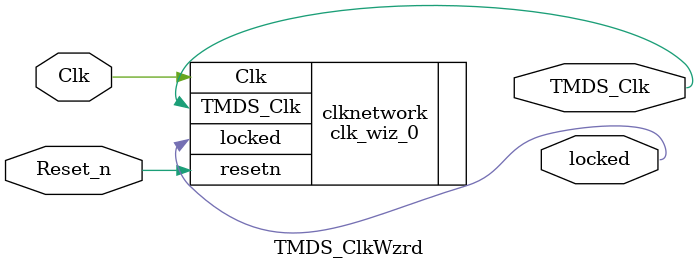
<source format=v>
`timescale 1ns / 1ps


module TMDS_ClkWzrd(
    input Clk,
    input Reset_n,
    output TMDS_Clk,
    output locked
    );
    
  // Instantiation of the clocking network
  //--------------------------------------
  clk_wiz_0 clknetwork
   (
    // Clock out ports
    .TMDS_Clk           (TMDS_Clk),
    // Status and control signals
    .resetn             (Reset_n),
    .locked             (locked),
   // Clock in ports
    .Clk                (Clk)
);
endmodule

</source>
